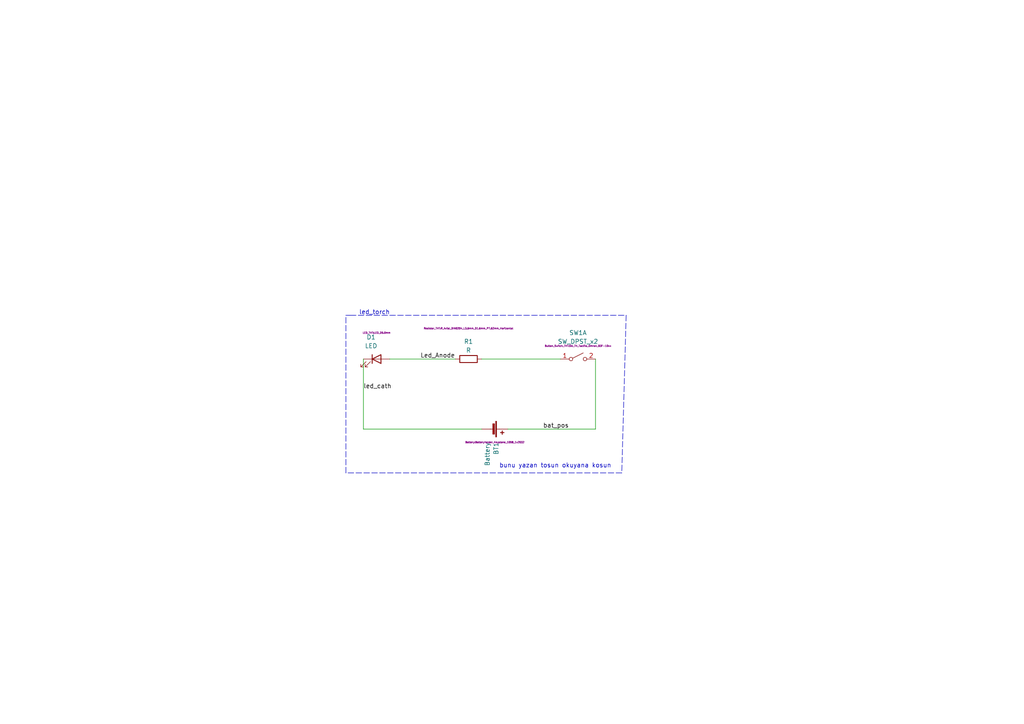
<source format=kicad_sch>
(kicad_sch (version 20211123) (generator eeschema)
  (paper "A4")
  (title_block (title "LED Torch") (date "2022-07-07") (comment 1 "Project 1 "))
  (lib_symbols
    (symbol "Device:Battery_Cell" (pin_numbers hide) (pin_names (offset 0) hide)
      (property "Reference" "BT" (at 2.54 2.54 0))
      (property "Value" "Battery_Cell" (at 2.54 0 0))
      (symbol "Battery_Cell_0_1"
        (rectangle (start -2.286 1.778) (end 2.286 1.524) (fill (type outline)))
        (rectangle (start -1.5748 1.1938) (end 1.4732 0.6858) (fill (type outline)))
        (polyline (pts (xy 0 0.762) (xy 0 0)))
        (polyline (pts (xy 0 1.778) (xy 0 2.54)))
        (polyline (pts (xy 0.508 3.429) (xy 1.524 3.429)) (stroke (width 0.254)))
        (polyline (pts (xy 1.016 3.937) (xy 1.016 2.921)) (stroke (width 0.254)))
      )
      (symbol "Battery_Cell_1_1"
        (pin passive line (at 0 5.08 270) (length 2.54) (name "+") (number "1"))
        (pin passive line (at 0 -2.54 90) (length 2.54) (name "-") (number "2"))
      )
    )
    (symbol "Device:LED" (pin_numbers hide) (pin_names (offset 1.016) hide)
      (property "Reference" "D" (at 0 2.54 0))
      (property "Value" "LED" (at 0 -2.54 0))
      (symbol "LED_0_1"
        (polyline (pts (xy -1.27 -1.27) (xy -1.27 1.27)) (stroke (width 0.254)))
        (polyline (pts (xy -1.27 0) (xy 1.27 0)))
        (polyline (pts (xy 1.27 -1.27) (xy 1.27 1.27) (xy -1.27 0) (xy 1.27 -1.27)) (stroke (width 0.254)))
        (polyline (pts (xy -3.048 -0.762) (xy -4.572 -2.286) (xy -3.81 -2.286) (xy -4.572 -2.286) (xy -4.572 -1.524)))
        (polyline (pts (xy -1.778 -0.762) (xy -3.302 -2.286) (xy -2.54 -2.286) (xy -3.302 -2.286) (xy -3.302 -1.524)))
      )
      (symbol "LED_1_1"
        (pin passive line (at -3.81 0 0) (length 2.54) (name "K") (number "1"))
        (pin passive line (at 3.81 0 180) (length 2.54) (name "A") (number "2"))
      )
    )
    (symbol "Device:R" (pin_numbers hide) (pin_names (offset 0))
      (property "Reference" "R" (at 2.032 0 90))
      (property "Value" "R" (at 0 0 90))
      (symbol "R_0_1"
        (rectangle (start -1.016 -2.54) (end 1.016 2.54) (stroke (width 0.254)))
      )
      (symbol "R_1_1"
        (pin passive line (at 0 3.81 270) (length 1.27) (name "~") (number "1"))
        (pin passive line (at 0 -3.81 90) (length 1.27) (name "~") (number "2"))
      )
    )
    (symbol "Switch:SW_DPST_x2" (pin_names (offset 0) hide)
      (property "Reference" "SW" (at 0 3.175 0))
      (property "Value" "SW_DPST_x2" (at 0 -2.54 0))
      (symbol "SW_DPST_x2_0_0"
        (circle (center -2.032 0) (radius 0.508))
        (polyline (pts (xy -1.524 0.254) (xy 1.524 1.778)))
        (circle (center 2.032 0) (radius 0.508))
      )
      (symbol "SW_DPST_x2_1_1"
        (pin passive line (at -5.08 0 0) (length 2.54) (name "A") (number "1"))
        (pin passive line (at 5.08 0 180) (length 2.54) (name "B") (number "2"))
      )
      (symbol "SW_DPST_x2_2_1"
        (pin passive line (at -5.08 0 0) (length 2.54) (name "A") (number "3"))
        (pin passive line (at 5.08 0 180) (length 2.54) (name "B") (number "4"))
      )
    )
  )
  (polyline (pts (xy 101.6 91.44) (xy 181.61 91.44)))
  (polyline (pts (xy 180.34 137.16) (xy 100.33 137.16)))
  (wire (pts (xy 105.41 104.14) (xy 105.41 124.46)))
  (wire (pts (xy 172.72 104.14) (xy 172.72 124.46)))
  (wire (pts (xy 105.41 124.46) (xy 139.7 124.46)))
  (polyline (pts (xy 100.33 91.44) (xy 101.6 91.44)))
  (polyline (pts (xy 100.33 137.16) (xy 100.33 91.44)))
  (wire (pts (xy 147.32 124.46) (xy 172.72 124.46)))
  (polyline (pts (xy 181.61 91.44) (xy 180.34 137.16)))
  (wire (pts (xy 139.7 104.14) (xy 162.56 104.14)))
  (wire (pts (xy 113.03 104.14) (xy 132.08 104.14)))
  (text "led_torch\n" (at 104.14 91.44 0) (effects (font (size 1.27 1.27)) (justify left bottom)))
  (text "bunu yazan tosun okuyana kosun\n" (at 144.78 135.89 0) (effects (font (size 1.27 1.27)) (justify left bottom)))
  (label "led_cath" (at 105.41 113.03 0))
  (label "Led_Anode" (at 121.92 104.14 0))
  (label "bat_pos" (at 157.48 124.46 0))
  (symbol (lib_id "Switch:SW_DPST_x2") (at 167.64 104.14 0) (unit 1)
    (property "Reference" "SW1" (at 167.64 96.52 0))
    (property "Value" "SW_DPST_x2" (at 167.64 99.06 0))
    (property "Footprint" "Button_Switch_THT:SW_TH_Tactile_Omron_B3F-10xx" (at 167.64 100.33 0) (effects (font (size 0.5 0.5))))
  )
  (symbol (lib_id "Device:LED") (at 109.22 104.14 0) (unit 1)
    (property "Reference" "D1" (at 107.6325 97.79 0))
    (property "Value" "LED" (at 107.6325 100.33 0))
    (property "Footprint" "LED_THT:LED_D5.0mm" (at 109.22 96.52 0) (effects (font (size 0.5 0.5))))
  )
  (symbol (lib_id "Device:R") (at 135.89 104.14 90) (unit 1)
    (property "Reference" "R1" (at 135.89 99.06 90))
    (property "Value" "R" (at 135.89 101.6 90))
    (property "Footprint" "Resistor_THT:R_Axial_DIN0204_L3.6mm_D1.6mm_P7.62mm_Horizontal" (at 135.89 95.25 90) (effects (font (size 0.5 0.5))))
  )
  (symbol (lib_id "Device:Battery_Cell") (at 142.24 124.46 270) (unit 1)
    (property "Reference" "BT1" (at 143.8911 128.27 0) (effects (justify left)))
    (property "Value" "Battery" (at 141.3511 128.27 0) (effects (justify left)))
    (property "Footprint" "Battery:BatteryHolder_Keystone_1058_1x2032" (at 143.51 128.27 90) (effects (font (size 0.5 0.5))))
  )
)
</source>
